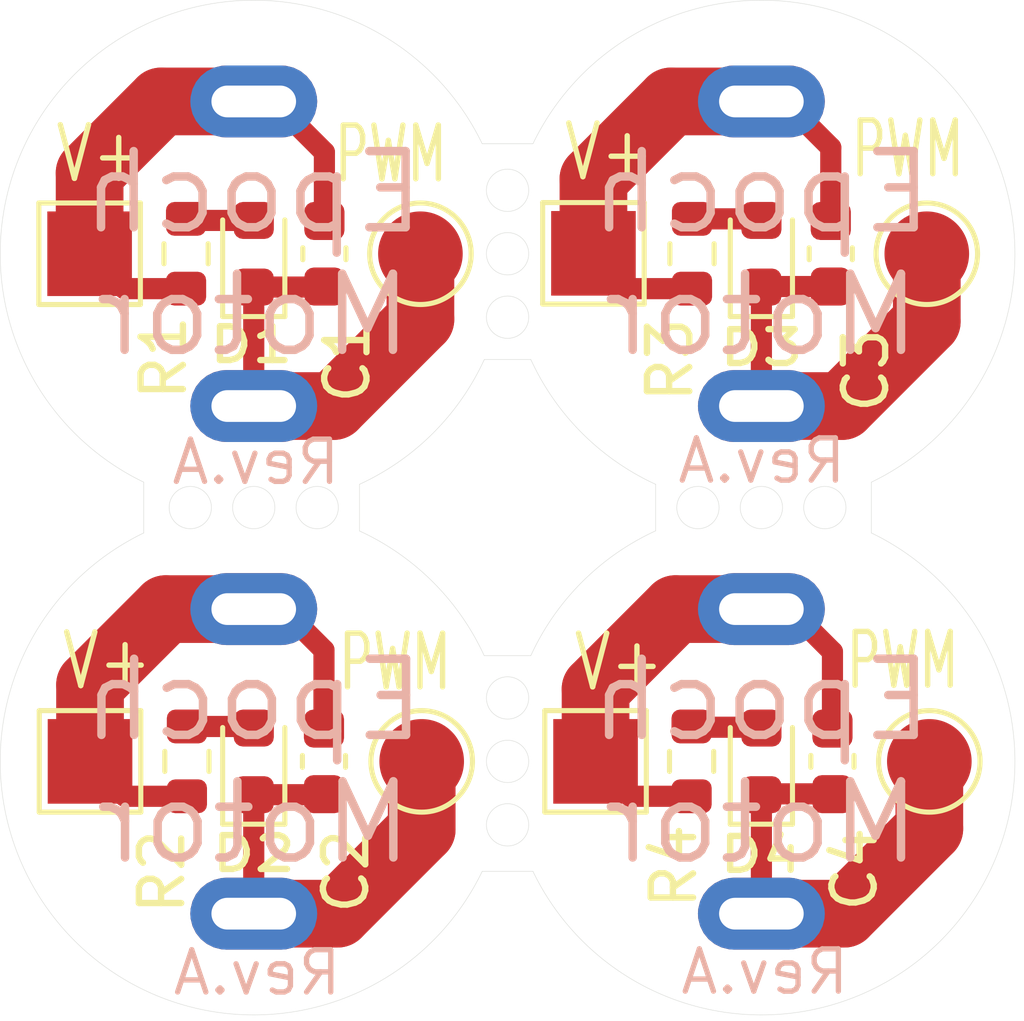
<source format=kicad_pcb>
(kicad_pcb (version 20241229) (generator "pcbnew") (generator_version "9.0")
  (layers (0 "F.Cu" signal) (2 "B.Cu" signal) (13 "F.Paste" user) (15 "B.Paste" user) (5 "F.SilkS" user "F.Silkscreen") (7 "B.SilkS" user "B.Silkscreen") (1 "F.Mask" user) (3 "B.Mask" user) (25 "Edge.Cuts" user))
  (net 0 "")
  (net 1 "Net-(D1-K)")
  (net 2 "Net-(D1-A)")
  (net 3 "Net-(MOT1-Pin_1)")
  (net 4 "Net-(MOT2-Pin_1)")
  (net 5 "Net-(D2-K)")
  (net 6 "Net-(D3-K)")
  (net 7 "Net-(MOT3-Pin_1)")
  (net 8 "Net-(D4-K)")
  (net 9 "Net-(MOT4-Pin_1)")
  (net 10 "Net-(D2-A)")
  (net 11 "Net-(D3-A)")
  (net 12 "Net-(D4-A)")
  (footprint "Capacitor_SMD:C_0603_1608Metric" (layer "F.Cu") (at 151.67 100 -90)
    (property "Reference" "C1" (at 2.54 -0.54 90) (layer "F.SilkS"))
    (property "Value" "0.01uF/50V" (hide yes))
    (fp_line (start -0.14058 0.51) (end 0.14058 0.51) (stroke (width 0.12)) (layer "F.SilkS"))
    (fp_line (start -0.14058 -0.51) (end 0.14058 -0.51) (stroke (width 0.12)) (layer "F.SilkS"))
    (pad "1" smd roundrect (at -0.775 0 270) (size 0.9 0.95) (layers "F.Cu" "F.Mask" "F.Paste") (net 3 "Net-(MOT1-Pin_1)"))
    (pad "2" smd roundrect (at 0.775 0 270) (size 0.9 0.95) (layers "F.Cu" "F.Mask" "F.Paste") (net 1 "Net-(D1-K)"))
  )
  (footprint "Library:Motor-PCB" (layer "F.Cu") (at 150 112)
    (property "Reference" "MOT2" (hide yes))
    (property "Value" "Motor Holes" (hide yes))
    (pad "1" thru_hole roundrect (at 0 -3.6) (size 3 1.7) (drill oval 2 0.75) (layers "*.Cu" "*.Mask") (roundrect_rratio 0.5) (net 4 "Net-(MOT2-Pin_1)"))
    (pad "2" thru_hole roundrect (at 0 3.6) (size 3 1.7) (drill oval 2 0.75) (layers "*.Cu" "*.Mask") (roundrect_rratio 0.5) (net 5 "Net-(D2-K)"))
  )
  (footprint "Library:Motor-PCB" (layer "F.Cu") (at 162 112)
    (property "Reference" "MOT4" (hide yes))
    (property "Value" "Motor Holes" (hide yes))
    (pad "1" thru_hole roundrect (at 0 -3.6) (size 3 1.7) (drill oval 2 0.75) (layers "*.Cu" "*.Mask") (roundrect_rratio 0.5) (net 9 "Net-(MOT4-Pin_1)"))
    (pad "2" thru_hole roundrect (at 0 3.6) (size 3 1.7) (drill oval 2 0.75) (layers "*.Cu" "*.Mask") (roundrect_rratio 0.5) (net 8 "Net-(D4-K)"))
  )
  (footprint "Resistor_SMD:R_0603_1608Metric" (layer "F.Cu") (at 148.42 112 90)
    (property "Reference" "R2" (at -2.61 -0.59 90) (layer "F.SilkS"))
    (property "Value" "47R")
    (fp_line (start -0.237258 -0.5225) (end 0.237258 -0.5225) (stroke (width 0.12)) (layer "F.SilkS"))
    (fp_line (start -0.237258 0.5225) (end 0.237258 0.5225) (stroke (width 0.12)) (layer "F.SilkS"))
    (pad "1" smd roundrect (at -0.825 0 90) (size 0.8 0.95) (layers "F.Cu" "F.Mask" "F.Paste") (net 4 "Net-(MOT2-Pin_1)"))
    (pad "2" smd roundrect (at 0.825 0 90) (size 0.8 0.95) (layers "F.Cu" "F.Mask" "F.Paste") (net 10 "Net-(D2-A)"))
  )
  (footprint "Library:Motor-PCB" (layer "F.Cu") (at 150 100)
    (property "Reference" "MOT1" (hide yes))
    (property "Value" "Motor Holes")
    (pad "1" thru_hole roundrect (at 0 -3.6) (size 3 1.7) (drill oval 2 0.75) (layers "*.Cu" "*.Mask") (roundrect_rratio 0.5) (net 3 "Net-(MOT1-Pin_1)"))
    (pad "2" thru_hole roundrect (at 0 3.6) (size 3 1.7) (drill oval 2 0.75) (layers "*.Cu" "*.Mask") (roundrect_rratio 0.5) (net 1 "Net-(D1-K)"))
  )
  (footprint "Capacitor_SMD:C_0603_1608Metric" (layer "F.Cu") (at 163.68 112 -90)
    (property "Reference" "C4" (at 2.55 -0.52 90) (layer "F.SilkS"))
    (property "Value" "0.01uF/50V")
    (fp_line (start -0.14058 0.51) (end 0.14058 0.51) (stroke (width 0.12)) (layer "F.SilkS"))
    (fp_line (start -0.14058 -0.51) (end 0.14058 -0.51) (stroke (width 0.12)) (layer "F.SilkS"))
    (pad "1" smd roundrect (at -0.775 0 270) (size 0.9 0.95) (layers "F.Cu" "F.Mask" "F.Paste") (net 9 "Net-(MOT4-Pin_1)"))
    (pad "2" smd roundrect (at 0.775 0 270) (size 0.9 0.95) (layers "F.Cu" "F.Mask" "F.Paste") (net 8 "Net-(D4-K)"))
  )
  (footprint "TestPoint:TestPoint_Pad_D2.0mm" (layer "F.Cu") (at 153.94 100)
    (property "Reference" "PWM1" (hide yes))
    (property "Value" "Conn_01x01_Pin" (hide yes))
    (fp_circle (center 0 0) (end 0 1.2) (stroke (width 0.12)) (fill no) (layer "F.SilkS"))
    (pad "1" smd circle (at 0 0) (size 2 2) (layers "F.Cu" "F.Mask") (net 1 "Net-(D1-K)"))
  )
  (footprint "TestPoint:TestPoint_Pad_2.0x2.0mm" (layer "F.Cu") (at 158.03 99.99)
    (property "Reference" "V3" (hide yes))
    (property "Value" "Conn_01x01_Pin" (hide yes))
    (fp_line (start -1.2 -1.2) (end 1.2 -1.2) (stroke (width 0.12)) (layer "F.SilkS"))
    (fp_line (start -1.2 1.2) (end -1.2 -1.2) (stroke (width 0.12)) (layer "F.SilkS"))
    (fp_line (start 1.2 -1.2) (end 1.2 1.2) (stroke (width 0.12)) (layer "F.SilkS"))
    (fp_line (start 1.2 1.2) (end -1.2 1.2) (stroke (width 0.12)) (layer "F.SilkS"))
    (pad "1" smd rect (at 0 0) (size 2 2) (layers "F.Cu" "F.Mask") (net 7 "Net-(MOT3-Pin_1)"))
  )
  (footprint "Resistor_SMD:R_0603_1608Metric" (layer "F.Cu") (at 148.4 100 90)
    (property "Reference" "R1" (at -2.46 -0.53 90) (layer "F.SilkS"))
    (property "Value" "47R" (hide yes))
    (fp_line (start -0.237258 -0.5225) (end 0.237258 -0.5225) (stroke (width 0.12)) (layer "F.SilkS"))
    (fp_line (start -0.237258 0.5225) (end 0.237258 0.5225) (stroke (width 0.12)) (layer "F.SilkS"))
    (pad "1" smd roundrect (at -0.825 0 90) (size 0.8 0.95) (layers "F.Cu" "F.Mask" "F.Paste") (net 3 "Net-(MOT1-Pin_1)"))
    (pad "2" smd roundrect (at 0.825 0 90) (size 0.8 0.95) (layers "F.Cu" "F.Mask" "F.Paste") (net 2 "Net-(D1-A)"))
  )
  (footprint "LED_SMD:LED_0603_1608Metric" (layer "F.Cu") (at 150 100 90)
    (property "Reference" "D1" (at -2.15 -0.06 180) (layer "F.SilkS") (effects (font (size 0.8 1))))
    (property "Value" "BLU" (hide yes))
    (fp_line (start 0.8 -0.735) (end -1.485 -0.735) (stroke (width 0.12)) (layer "F.SilkS"))
    (fp_line (start -1.485 -0.735) (end -1.485 0.735) (stroke (width 0.12)) (layer "F.SilkS"))
    (fp_line (start -1.485 0.735) (end 0.8 0.735) (stroke (width 0.12)) (layer "F.SilkS"))
    (pad "1" smd roundrect (at -0.7875 0 90) (size 0.875 0.95) (layers "F.Cu" "F.Mask" "F.Paste") (net 1 "Net-(D1-K)"))
    (pad "2" smd roundrect (at 0.7875 0 90) (size 0.875 0.95) (layers "F.Cu" "F.Mask" "F.Paste") (net 2 "Net-(D1-A)"))
  )
  (footprint "TestPoint:TestPoint_Pad_D2.0mm" (layer "F.Cu") (at 165.91 100 90)
    (property "Reference" "PWM3" (hide yes))
    (property "Value" "Conn_01x01_Pin" (hide yes))
    (fp_circle (center 0 0) (end 0 1.2) (stroke (width 0.12)) (fill no) (layer "F.SilkS"))
    (pad "1" smd circle (at 0 0 90) (size 2 2) (layers "F.Cu" "F.Mask") (net 6 "Net-(D3-K)"))
  )
  (footprint "TestPoint:TestPoint_Pad_2.0x2.0mm" (layer "F.Cu") (at 146.13 112)
    (property "Reference" "V2" (hide yes))
    (property "Value" "Conn_01x01_Pin" (hide yes))
    (fp_line (start -1.2 -1.2) (end 1.2 -1.2) (stroke (width 0.12)) (layer "F.SilkS"))
    (fp_line (start -1.2 1.2) (end -1.2 -1.2) (stroke (width 0.12)) (layer "F.SilkS"))
    (fp_line (start 1.2 -1.2) (end 1.2 1.2) (stroke (width 0.12)) (layer "F.SilkS"))
    (fp_line (start 1.2 1.2) (end -1.2 1.2) (stroke (width 0.12)) (layer "F.SilkS"))
    (pad "1" smd rect (at 0 0) (size 2 2) (layers "F.Cu" "F.Mask") (net 4 "Net-(MOT2-Pin_1)"))
  )
  (footprint "Capacitor_SMD:C_0603_1608Metric" (layer "F.Cu") (at 151.66 112 -90)
    (property "Reference" "C2" (at 2.6 -0.52 90) (layer "F.SilkS"))
    (property "Value" "0.01uF/50V")
    (fp_line (start -0.14058 0.51) (end 0.14058 0.51) (stroke (width 0.12)) (layer "F.SilkS"))
    (fp_line (start -0.14058 -0.51) (end 0.14058 -0.51) (stroke (width 0.12)) (layer "F.SilkS"))
    (pad "1" smd roundrect (at -0.775 0 270) (size 0.9 0.95) (layers "F.Cu" "F.Mask" "F.Paste") (net 4 "Net-(MOT2-Pin_1)"))
    (pad "2" smd roundrect (at 0.775 0 270) (size 0.9 0.95) (layers "F.Cu" "F.Mask" "F.Paste") (net 5 "Net-(D2-K)"))
  )
  (footprint "Resistor_SMD:R_0603_1608Metric" (layer "F.Cu") (at 160.36 100 90)
    (property "Reference" "R3" (at -2.51 -0.52 90) (layer "F.SilkS"))
    (property "Value" "47R")
    (fp_line (start -0.237258 -0.5225) (end 0.237258 -0.5225) (stroke (width 0.12)) (layer "F.SilkS"))
    (fp_line (start -0.237258 0.5225) (end 0.237258 0.5225) (stroke (width 0.12)) (layer "F.SilkS"))
    (pad "1" smd roundrect (at -0.825 0 90) (size 0.8 0.95) (layers "F.Cu" "F.Mask" "F.Paste") (net 7 "Net-(MOT3-Pin_1)"))
    (pad "2" smd roundrect (at 0.825 0 90) (size 0.8 0.95) (layers "F.Cu" "F.Mask" "F.Paste") (net 11 "Net-(D3-A)"))
  )
  (footprint "Library:Motor-PCB" (layer "F.Cu") (at 162 100)
    (property "Reference" "MOT3" (hide yes))
    (property "Value" "Motor Holes" (hide yes))
    (pad "1" thru_hole roundrect (at 0 -3.6) (size 3 1.7) (drill oval 2 0.75) (layers "*.Cu" "*.Mask") (roundrect_rratio 0.5) (net 7 "Net-(MOT3-Pin_1)"))
    (pad "2" thru_hole roundrect (at 0 3.6) (size 3 1.7) (drill oval 2 0.75) (layers "*.Cu" "*.Mask") (roundrect_rratio 0.5) (net 6 "Net-(D3-K)"))
  )
  (footprint "LED_SMD:LED_0603_1608Metric" (layer "F.Cu") (at 150 112 90)
    (property "Reference" "D2" (at -2.18 0 180) (layer "F.SilkS") (effects (font (size 0.8 1))))
    (property "Value" "BLU")
    (fp_line (start 0.8 -0.735) (end -1.485 -0.735) (stroke (width 0.12)) (layer "F.SilkS"))
    (fp_line (start -1.485 -0.735) (end -1.485 0.735) (stroke (width 0.12)) (layer "F.SilkS"))
    (fp_line (start -1.485 0.735) (end 0.8 0.735) (stroke (width 0.12)) (layer "F.SilkS"))
    (pad "1" smd roundrect (at -0.7875 0 90) (size 0.875 0.95) (layers "F.Cu" "F.Mask" "F.Paste") (net 5 "Net-(D2-K)"))
    (pad "2" smd roundrect (at 0.7875 0 90) (size 0.875 0.95) (layers "F.Cu" "F.Mask" "F.Paste") (net 10 "Net-(D2-A)"))
  )
  (footprint "LED_SMD:LED_0603_1608Metric" (layer "F.Cu") (at 162 100 90)
    (property "Reference" "D3" (at -2.22 0 180) (layer "F.SilkS") (effects (font (size 0.8 1))))
    (property "Value" "BLU")
    (fp_line (start 0.8 -0.735) (end -1.485 -0.735) (stroke (width 0.12)) (layer "F.SilkS"))
    (fp_line (start -1.485 -0.735) (end -1.485 0.735) (stroke (width 0.12)) (layer "F.SilkS"))
    (fp_line (start -1.485 0.735) (end 0.8 0.735) (stroke (width 0.12)) (layer "F.SilkS"))
    (pad "1" smd roundrect (at -0.7875 0 90) (size 0.875 0.95) (layers "F.Cu" "F.Mask" "F.Paste") (net 6 "Net-(D3-K)"))
    (pad "2" smd roundrect (at 0.7875 0 90) (size 0.875 0.95) (layers "F.Cu" "F.Mask" "F.Paste") (net 11 "Net-(D3-A)"))
  )
  (footprint "TestPoint:TestPoint_Pad_D2.0mm" (layer "F.Cu") (at 153.97 112)
    (property "Reference" "PWM2" (hide yes))
    (property "Value" "Conn_01x01_Pin" (hide yes))
    (fp_circle (center 0 0) (end 0 1.2) (stroke (width 0.12)) (fill no) (layer "F.SilkS"))
    (pad "1" smd circle (at 0 0) (size 2 2) (layers "F.Cu" "F.Mask") (net 5 "Net-(D2-K)"))
  )
  (footprint "TestPoint:TestPoint_Pad_2.0x2.0mm" (layer "F.Cu") (at 158.08 112)
    (property "Reference" "V4" (hide yes))
    (property "Value" "Conn_01x01_Pin" (hide yes))
    (fp_line (start -1.2 -1.2) (end 1.2 -1.2) (stroke (width 0.12)) (layer "F.SilkS"))
    (fp_line (start -1.2 1.2) (end -1.2 -1.2) (stroke (width 0.12)) (layer "F.SilkS"))
    (fp_line (start 1.2 -1.2) (end 1.2 1.2) (stroke (width 0.12)) (layer "F.SilkS"))
    (fp_line (start 1.2 1.2) (end -1.2 1.2) (stroke (width 0.12)) (layer "F.SilkS"))
    (pad "1" smd rect (at 0 0) (size 2 2) (layers "F.Cu" "F.Mask") (net 9 "Net-(MOT4-Pin_1)"))
  )
  (footprint "TestPoint:TestPoint_Pad_D2.0mm" (layer "F.Cu") (at 165.97 112)
    (property "Reference" "PWM4" (hide yes))
    (property "Value" "Conn_01x01_Pin" (hide yes))
    (fp_circle (center 0 0) (end 0 1.2) (stroke (width 0.12)) (fill no) (layer "F.SilkS"))
    (pad "1" smd circle (at 0 0) (size 2 2) (layers "F.Cu" "F.Mask") (net 8 "Net-(D4-K)"))
  )
  (footprint "Resistor_SMD:R_0603_1608Metric" (layer "F.Cu") (at 160.35 112 90)
    (property "Reference" "R4" (at -2.48 -0.42 90) (layer "F.SilkS"))
    (property "Value" "47R")
    (fp_line (start -0.237258 -0.5225) (end 0.237258 -0.5225) (stroke (width 0.12)) (layer "F.SilkS"))
    (fp_line (start -0.237258 0.5225) (end 0.237258 0.5225) (stroke (width 0.12)) (layer "F.SilkS"))
    (pad "1" smd roundrect (at -0.825 0 90) (size 0.8 0.95) (layers "F.Cu" "F.Mask" "F.Paste") (net 9 "Net-(MOT4-Pin_1)"))
    (pad "2" smd roundrect (at 0.825 0 90) (size 0.8 0.95) (layers "F.Cu" "F.Mask" "F.Paste") (net 12 "Net-(D4-A)"))
  )
  (footprint "TestPoint:TestPoint_Pad_2.0x2.0mm" (layer "F.Cu") (at 146.12 100)
    (property "Reference" "V1" (hide yes))
    (property "Value" "Conn_01x01_Pin" (hide yes))
    (fp_line (start -1.2 -1.2) (end 1.2 -1.2) (stroke (width 0.12)) (layer "F.SilkS"))
    (fp_line (start -1.2 1.2) (end -1.2 -1.2) (stroke (width 0.12)) (layer "F.SilkS"))
    (fp_line (start 1.2 -1.2) (end 1.2 1.2) (stroke (width 0.12)) (layer "F.SilkS"))
    (fp_line (start 1.2 1.2) (end -1.2 1.2) (stroke (width 0.12)) (layer "F.SilkS"))
    (pad "1" smd rect (at 0 0) (size 2 2) (layers "F.Cu" "F.Mask") (net 3 "Net-(MOT1-Pin_1)"))
  )
  (footprint "LED_SMD:LED_0603_1608Metric" (layer "F.Cu") (at 162 112 90)
    (property "Reference" "D4" (at -2.2 0 180) (layer "F.SilkS") (effects (font (size 0.8 1))))
    (property "Value" "BLU")
    (fp_line (start 0.8 -0.735) (end -1.485 -0.735) (stroke (width 0.12)) (layer "F.SilkS"))
    (fp_line (start -1.485 -0.735) (end -1.485 0.735) (stroke (width 0.12)) (layer "F.SilkS"))
    (fp_line (start -1.485 0.735) (end 0.8 0.735) (stroke (width 0.12)) (layer "F.SilkS"))
    (pad "1" smd roundrect (at -0.7875 0 90) (size 0.875 0.95) (layers "F.Cu" "F.Mask" "F.Paste") (net 8 "Net-(D4-K)"))
    (pad "2" smd roundrect (at 0.7875 0 90) (size 0.875 0.95) (layers "F.Cu" "F.Mask" "F.Paste") (net 12 "Net-(D4-A)"))
  )
  (footprint "Capacitor_SMD:C_0603_1608Metric" (layer "F.Cu") (at 163.64 100 -90)
    (property "Reference" "C3" (at 2.76 -0.83 90) (layer "F.SilkS"))
    (property "Value" "0.01uF/50V")
    (fp_line (start -0.14058 0.51) (end 0.14058 0.51) (stroke (width 0.12)) (layer "F.SilkS"))
    (fp_line (start -0.14058 -0.51) (end 0.14058 -0.51) (stroke (width 0.12)) (layer "F.SilkS"))
    (pad "1" smd roundrect (at -0.775 0 270) (size 0.9 0.95) (layers "F.Cu" "F.Mask" "F.Paste") (net 7 "Net-(MOT3-Pin_1)"))
    (pad "2" smd roundrect (at 0.775 0 270) (size 0.9 0.95) (layers "F.Cu" "F.Mask" "F.Paste") (net 6 "Net-(D3-K)"))
  )
  (gr_circle (center 151.5 106) (end 151.5 105.5) (stroke (width 0.01)) (fill no) (layer "Edge.Cuts"))
  (gr_arc (start 156.55 109.5) (mid 157.760159 107.760159) (end 159.5 106.55) (stroke (width 0.01)) (layer "Edge.Cuts"))
  (gr_circle (center 156 113.5) (end 155.5 113.5) (stroke (width 0.01)) (fill no) (layer "Edge.Cuts"))
  (gr_circle (center 150 106) (end 150 105.5) (stroke (width 0.01)) (fill no) (layer "Edge.Cuts"))
  (gr_arc (start 155.4 114.6) (mid 145.762076 116.237924) (end 147.4 106.6) (stroke (width 0.01)) (layer "Edge.Cuts"))
  (gr_line (start 155.4 97.4) (end 156.6 97.4) (stroke (width 0.01)) (layer "Edge.Cuts"))
  (gr_arc (start 159.5 105.45) (mid 157.760159 104.239841) (end 156.55 102.5) (stroke (width 0.01)) (layer "Edge.Cuts"))
  (gr_circle (center 156 110.5) (end 155.5 110.5) (stroke (width 0.01)) (fill no) (layer "Edge.Cuts"))
  (gr_line (start 164.6 105.4) (end 164.6 106.6) (stroke (width 0.01)) (layer "Edge.Cuts"))
  (gr_arc (start 152.5 106.552984) (mid 154.238363 107.762517) (end 155.447535 109.501131) (stroke (width 0.01)) (layer "Edge.Cuts"))
  (gr_circle (center 156 100) (end 155.5 100) (stroke (width 0.01)) (fill no) (layer "Edge.Cuts"))
  (gr_circle (center 163.5 106) (end 163.5 105.5) (stroke (width 0.01)) (fill no) (layer "Edge.Cuts"))
  (gr_arc (start 147.4 105.4) (mid 145.762076 95.762076) (end 155.4 97.4) (stroke (width 0.01)) (layer "Edge.Cuts"))
  (gr_circle (center 156 112) (end 155.5 112) (stroke (width 0.01)) (fill no) (layer "Edge.Cuts"))
  (gr_line (start 155.45 102.5) (end 156.55 102.5) (stroke (width 0.01)) (layer "Edge.Cuts"))
  (gr_line (start 155.4 114.6) (end 156.6 114.6) (stroke (width 0.01)) (layer "Edge.Cuts"))
  (gr_circle (center 148.5 106) (end 148.5 105.5) (stroke (width 0.01)) (fill no) (layer "Edge.Cuts"))
  (gr_circle (center 156 101.5) (end 155.5 101.5) (stroke (width 0.01)) (fill no) (layer "Edge.Cuts"))
  (gr_arc (start 156.6 97.4) (mid 166.237924 95.762076) (end 164.6 105.4) (stroke (width 0.01)) (layer "Edge.Cuts"))
  (gr_line (start 159.5 106.55) (end 159.5 105.45) (stroke (width 0.01)) (layer "Edge.Cuts"))
  (gr_line (start 155.45 109.5) (end 156.55 109.5) (stroke (width 0.01)) (layer "Edge.Cuts"))
  (gr_line (start 152.5 105.45) (end 152.5 106.55) (stroke (width 0.01)) (layer "Edge.Cuts"))
  (gr_arc (start 164.6 106.6) (mid 166.237924 116.237924) (end 156.6 114.6) (stroke (width 0.01)) (layer "Edge.Cuts"))
  (gr_circle (center 162 106) (end 162 105.5) (stroke (width 0.01)) (fill no) (layer "Edge.Cuts"))
  (gr_line (start 147.4 105.4) (end 147.4 106.6) (stroke (width 0.01)) (layer "Edge.Cuts"))
  (gr_arc (start 155.45 102.5) (mid 154.239841 104.239841) (end 152.5 105.45) (stroke (width 0.01)) (layer "Edge.Cuts"))
  (gr_circle (center 156 98.5) (end 155.5 98.5) (stroke (width 0.01)) (fill no) (layer "Edge.Cuts"))
  (gr_circle (center 160.5 106) (end 160.5 105.5) (stroke (width 0.01)) (fill no) (layer "Edge.Cuts"))
  (gr_text "PWM" (at 165.34 110.36 0) (layer "F.SilkS") (effects (font (size 1.27 0.8) (thickness 0.127)) (justify bottom)))
  (gr_text "PWM" (at 153.34 110.4 0) (layer "F.SilkS") (effects (font (size 1.27 0.8) (thickness 0.127)) (justify bottom)))
  (gr_text "PWM" (at 165.46 98.27 0) (layer "F.SilkS") (effects (font (size 1.27 0.8) (thickness 0.127)) (justify bottom)))
  (gr_text "V+" (at 158.63 110.4 0) (layer "F.SilkS") (effects (font (size 1.27 1) (thickness 0.127)) (justify bottom)))
  (gr_text "V+" (at 146.53 110.37 0) (layer "F.SilkS") (effects (font (size 1.27 1) (thickness 0.127)) (justify bottom)))
  (gr_text "V+" (at 158.4 98.34 0) (layer "F.SilkS") (effects (font (size 1.27 1) (thickness 0.127)) (justify bottom)))
  (gr_text "V+" (at 146.38 98.38 0) (layer "F.SilkS") (effects (font (size 1.27 1) (thickness 0.127)) (justify bottom)))
  (gr_text "PWM" (at 153.24 98.39 0) (layer "F.SilkS") (effects (font (size 1.27 0.8) (thickness 0.127)) (justify bottom)))
  (gr_text "Epoch\nMotor" (at 162 112 0) (layer "B.SilkS") (effects (font (size 1.8 1.8) (thickness 0.2)) (justify mirror)))
  (gr_text "Rev.A" (at 152.11 105.51 0) (layer "B.SilkS") (effects (font (size 1 1) (thickness 0.125)) (justify left bottom mirror)))
  (gr_text "Rev.A" (at 164.14 117.56 0) (layer "B.SilkS") (effects (font (size 1 1) (thickness 0.125)) (justify left bottom mirror)))
  (gr_text "Epoch\nMotor" (at 150 112 0) (layer "B.SilkS") (effects (font (size 1.8 1.8) (thickness 0.2)) (justify mirror)))
  (gr_text "Rev.A" (at 164.07 105.48 0) (layer "B.SilkS") (effects (font (size 1 1) (thickness 0.125)) (justify left bottom mirror)))
  (gr_text "Rev.A" (at 152.14 117.58 0) (layer "B.SilkS") (effects (font (size 1 1) (thickness 0.125)) (justify left bottom mirror)))
  (gr_text "Epoch\nMotor" (at 149.99 100 0) (layer "B.SilkS") (effects (font (size 1.8 1.8) (thickness 0.2)) (justify mirror)))
  (gr_text "Epoch\nMotor" (at 162 100 0) (layer "B.SilkS") (effects (font (size 1.8 1.8) (thickness 0.2)) (justify mirror)))
  (segment (start 150 100.7875) (end 150 103.6) (width 0.5) (layer "F.Cu") (net 1))
  (segment (start 151.89 103.6) (end 150 103.6) (width 1.6) (layer "F.Cu") (net 1))
  (segment (start 153.94 100) (end 153.94 101.55) (width 1.6) (layer "F.Cu") (net 1))
  (segment (start 151.6575 100.7875) (end 151.67 100.775) (width 0.5) (layer "F.Cu") (net 1))
  (segment (start 153.94 101.55) (end 151.89 103.6) (width 1.6) (layer "F.Cu") (net 1))
  (segment (start 150 100.7875) (end 151.6575 100.7875) (width 0.5) (layer "F.Cu") (net 1))
  (segment (start 150 99.2125) (end 148.4375 99.2125) (width 0.5) (layer "F.Cu") (net 2))
  (segment (start 148.4375 99.2125) (end 148.4 99.175) (width 0.5) (layer "F.Cu") (net 2))
  (segment (start 147.81 96.4) (end 146.12 98.09) (width 1.6) (layer "F.Cu") (net 3))
  (segment (start 146.12 98.09) (end 146.12 100) (width 1.6) (layer "F.Cu") (net 3))
  (segment (start 146.945 100.825) (end 146.12 100) (width 0.5) (layer "F.Cu") (net 3))
  (segment (start 150 96.4) (end 147.81 96.4) (width 1.6) (layer "F.Cu") (net 3))
  (segment (start 151.67 97.6) (end 150.47 96.4) (width 0.5) (layer "F.Cu") (net 3))
  (segment (start 148.4 100.825) (end 146.945 100.825) (width 0.5) (layer "F.Cu") (net 3))
  (segment (start 150.47 96.4) (end 150 96.4) (width 0.5) (layer "F.Cu") (net 3))
  (segment (start 151.67 99.225) (end 151.67 97.6) (width 0.5) (layer "F.Cu") (net 3))
  (segment (start 151.66 111.225) (end 151.66 109.37) (width 0.5) (layer "F.Cu") (net 4))
  (segment (start 148.42 112.825) (end 146.955 112.825) (width 0.5) (layer "F.Cu") (net 4))
  (segment (start 147.92 108.4) (end 146.13 110.19) (width 1.6) (layer "F.Cu") (net 4))
  (segment (start 150.69 108.4) (end 150 108.4) (width 0.5) (layer "F.Cu") (net 4))
  (segment (start 146.13 110.19) (end 146.13 112) (width 1.6) (layer "F.Cu") (net 4))
  (segment (start 146.955 112.825) (end 146.13 112) (width 0.5) (layer "F.Cu") (net 4))
  (segment (start 151.66 109.37) (end 150.69 108.4) (width 0.5) (layer "F.Cu") (net 4))
  (segment (start 150 108.4) (end 147.92 108.4) (width 1.6) (layer "F.Cu") (net 4))
  (segment (start 151.6475 112.7875) (end 151.66 112.775) (width 0.5) (layer "F.Cu") (net 5))
  (segment (start 153.97 112) (end 153.97 113.61) (width 1.6) (layer "F.Cu") (net 5))
  (segment (start 151.98 115.6) (end 150 115.6) (width 1.6) (layer "F.Cu") (net 5))
  (segment (start 153.97 113.61) (end 151.98 115.6) (width 1.6) (layer "F.Cu") (net 5))
  (segment (start 150 112.7875) (end 151.6475 112.7875) (width 0.5) (layer "F.Cu") (net 5))
  (segment (start 150 112.7875) (end 150 115.6) (width 0.5) (layer "F.Cu") (net 5))
  (segment (start 162 100.7875) (end 162 103.6) (width 0.5) (layer "F.Cu") (net 6))
  (segment (start 163.91 103.6) (end 162 103.6) (width 1.6) (layer "F.Cu") (net 6))
  (segment (start 165.91 101.6) (end 163.91 103.6) (width 1.6) (layer "F.Cu") (net 6))
  (segment (start 163.64 100.775) (end 162.0125 100.775) (width 0.5) (layer "F.Cu") (net 6))
  (segment (start 162.0125 100.775) (end 162 100.7875) (width 0.5) (layer "F.Cu") (net 6))
  (segment (start 165.91 100) (end 165.91 101.6) (width 1.6) (layer "F.Cu") (net 6))
  (segment (start 159.86 96.4) (end 158.03 98.23) (width 1.6) (layer "F.Cu") (net 7))
  (segment (start 158.865 100.825) (end 158.03 99.99) (width 0.5) (layer "F.Cu") (net 7))
  (segment (start 162.55 96.4) (end 162 96.4) (width 0.5) (layer "F.Cu") (net 7))
  (segment (start 162 96.4) (end 159.86 96.4) (width 1.6) (layer "F.Cu") (net 7))
  (segment (start 158.03 98.23) (end 158.03 99.99) (width 1.6) (layer "F.Cu") (net 7))
  (segment (start 163.64 99.225) (end 163.64 97.49) (width 0.5) (layer "F.Cu") (net 7))
  (segment (start 163.64 97.49) (end 162.55 96.4) (width 0.5) (layer "F.Cu") (net 7))
  (segment (start 160.36 100.825) (end 158.865 100.825) (width 0.5) (layer "F.Cu") (net 7))
  (segment (start 162 112.7675) (end 162 115.6) (width 0.5) (layer "F.Cu") (net 8))
  (segment (start 163.6725 112.7675) (end 163.68 112.775) (width 0.5) (layer "F.Cu") (net 8))
  (segment (start 165.97 112) (end 165.97 113.59) (width 1.6) (layer "F.Cu") (net 8))
  (segment (start 162 112.7675) (end 163.6725 112.7675) (width 0.5) (layer "F.Cu") (net 8))
  (segment (start 163.96 115.6) (end 162 115.6) (width 1.6) (layer "F.Cu") (net 8))
  (segment (start 165.97 113.59) (end 163.96 115.6) (width 1.6) (layer "F.Cu") (net 8))
  (segment (start 160.35 112.825) (end 158.905 112.825) (width 0.5) (layer "F.Cu") (net 9))
  (segment (start 158.905 112.825) (end 158.08 112) (width 0.5) (layer "F.Cu") (net 9))
  (segment (start 163.68 109.41) (end 162.67 108.4) (width 0.5) (layer "F.Cu") (net 9))
  (segment (start 162.67 108.4) (end 162 108.4) (width 0.5) (layer "F.Cu") (net 9))
  (segment (start 163.68 111.225) (end 163.68 109.41) (width 0.5) (layer "F.Cu") (net 9))
  (segment (start 162 108.4) (end 159.97 108.4) (width 1.6) (layer "F.Cu") (net 9))
  (segment (start 159.97 108.4) (end 158.08 110.29) (width 1.6) (layer "F.Cu") (net 9))
  (segment (start 158.08 110.29) (end 158.08 112) (width 1.6) (layer "F.Cu") (net 9))
  (segment (start 149.9625 111.175) (end 150 111.2125) (width 0.5) (layer "F.Cu") (net 10))
  (segment (start 148.42 111.175) (end 149.9625 111.175) (width 0.5) (layer "F.Cu") (net 10))
  (segment (start 160.36 99.175) (end 161.9625 99.175) (width 0.5) (layer "F.Cu") (net 11))
  (segment (start 161.9625 99.175) (end 162 99.2125) (width 0.5) (layer "F.Cu") (net 11))
  (segment (start 160.3675 111.1925) (end 160.35 111.175) (width 0.5) (layer "F.Cu") (net 12))
  (segment (start 162 111.1925) (end 160.3675 111.1925) (width 0.5) (layer "F.Cu") (net 12))
)
</source>
